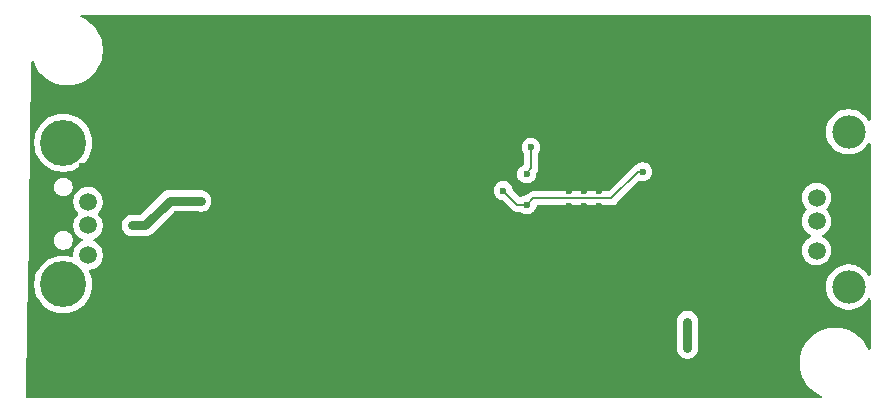
<source format=gbr>
%TF.GenerationSoftware,KiCad,Pcbnew,9.0.6*%
%TF.CreationDate,2026-02-13T17:22:30-06:00*%
%TF.ProjectId,2040Listener,32303430-4c69-4737-9465-6e65722e6b69,rev?*%
%TF.SameCoordinates,Original*%
%TF.FileFunction,Copper,L2,Bot*%
%TF.FilePolarity,Positive*%
%FSLAX46Y46*%
G04 Gerber Fmt 4.6, Leading zero omitted, Abs format (unit mm)*
G04 Created by KiCad (PCBNEW 9.0.6) date 2026-02-13 17:22:30*
%MOMM*%
%LPD*%
G01*
G04 APERTURE LIST*
%TA.AperFunction,ComponentPad*%
%ADD10R,1.500000X1.500000*%
%TD*%
%TA.AperFunction,ComponentPad*%
%ADD11C,1.500000*%
%TD*%
%TA.AperFunction,ComponentPad*%
%ADD12C,3.900000*%
%TD*%
%TA.AperFunction,ComponentPad*%
%ADD13C,1.498600*%
%TD*%
%TA.AperFunction,ComponentPad*%
%ADD14C,2.819400*%
%TD*%
%TA.AperFunction,ComponentPad*%
%ADD15C,0.600000*%
%TD*%
%TA.AperFunction,ViaPad*%
%ADD16C,0.600000*%
%TD*%
%TA.AperFunction,Conductor*%
%ADD17C,0.800000*%
%TD*%
%TA.AperFunction,Conductor*%
%ADD18C,0.200000*%
%TD*%
G04 APERTURE END LIST*
D10*
%TO.P,J2,4,GND*%
%TO.N,GND*%
X104250000Y-63850000D03*
D11*
%TO.P,J2,3,D+*%
%TO.N,/USB_D+*%
X104250000Y-66350000D03*
%TO.P,J2,2,D-*%
%TO.N,/USB_D-*%
X104250000Y-68350000D03*
%TO.P,J2,1,5V*%
%TO.N,VBUS*%
X104250000Y-70850000D03*
D12*
%TO.P,J2,*%
%TO.N,*%
X102150000Y-73350000D03*
X102150000Y-61350000D03*
%TD*%
D13*
%TO.P,J1,1,5V*%
%TO.N,VBUS*%
X165929700Y-70492500D03*
%TO.P,J1,2,D-*%
%TO.N,/GPIO1*%
X165929700Y-67992500D03*
%TO.P,J1,3,D+*%
%TO.N,/GPIO0*%
X165929700Y-65992499D03*
%TO.P,J1,4,GND*%
%TO.N,GND*%
X165929700Y-63492501D03*
D14*
%TO.P,J1,5*%
%TO.N,N/C*%
X168639700Y-73562500D03*
%TO.P,J1,6*%
X168639700Y-60422500D03*
%TD*%
D15*
%TO.P,U1,57,GND*%
%TO.N,GND*%
X145000000Y-68000000D03*
X146275000Y-68000000D03*
X147550000Y-68000000D03*
X145000000Y-66725000D03*
X146275000Y-66725000D03*
X147550000Y-66725000D03*
X145000000Y-65450000D03*
X146275000Y-65450000D03*
X147550000Y-65450000D03*
%TD*%
D16*
%TO.N,/USB_D-*%
X113800000Y-66300000D03*
X108000000Y-68350000D03*
%TO.N,GND*%
X109500000Y-63850000D03*
%TO.N,+1V1*%
X141375000Y-64000000D03*
X141400000Y-66600000D03*
X141750000Y-61750000D03*
X139400000Y-65400000D03*
X151200000Y-63800000D03*
%TO.N,GND*%
X142500000Y-76500000D03*
X152750000Y-68750000D03*
X118000000Y-70250000D03*
X127200000Y-56900000D03*
X151500000Y-76525000D03*
X108500000Y-55000000D03*
X135800000Y-73600000D03*
X155100000Y-61900000D03*
X113700000Y-52700000D03*
X136500000Y-59300000D03*
X154400000Y-59900000D03*
X124400000Y-75000000D03*
X141800000Y-59300000D03*
%TO.N,/GPIO0*%
X155000000Y-76500000D03*
X155000000Y-78750000D03*
%TD*%
D17*
%TO.N,/USB_D-*%
X113750000Y-66250000D02*
X113800000Y-66300000D01*
X111150000Y-66250000D02*
X113750000Y-66250000D01*
X109050000Y-68350000D02*
X108000000Y-68350000D01*
X111150000Y-66250000D02*
X109050000Y-68350000D01*
D18*
%TO.N,+1V1*%
X141375000Y-63875000D02*
X141750000Y-63500000D01*
X140600000Y-66600000D02*
X139400000Y-65400000D01*
X150800000Y-63800000D02*
X151200000Y-63800000D01*
X141400000Y-66600000D02*
X140600000Y-66600000D01*
X141949000Y-66051000D02*
X148549000Y-66051000D01*
X141400000Y-66600000D02*
X141949000Y-66051000D01*
X141375000Y-64000000D02*
X141375000Y-63875000D01*
X148549000Y-66051000D02*
X150800000Y-63800000D01*
X141750000Y-63500000D02*
X141750000Y-61750000D01*
D17*
%TO.N,/GPIO0*%
X155000000Y-76500000D02*
X155000000Y-78750000D01*
%TD*%
%TA.AperFunction,Conductor*%
%TO.N,GND*%
G36*
X170443039Y-50519685D02*
G01*
X170488794Y-50572489D01*
X170500000Y-50624000D01*
X170500000Y-59361459D01*
X170480315Y-59428498D01*
X170427511Y-59474253D01*
X170358353Y-59484197D01*
X170294797Y-59455172D01*
X170268613Y-59423460D01*
X170231381Y-59358972D01*
X170078946Y-59160315D01*
X170078941Y-59160309D01*
X169901890Y-58983258D01*
X169901883Y-58983252D01*
X169703236Y-58830825D01*
X169703234Y-58830823D01*
X169703228Y-58830819D01*
X169703223Y-58830816D01*
X169703220Y-58830814D01*
X169486380Y-58705620D01*
X169486364Y-58705612D01*
X169255038Y-58609795D01*
X169013157Y-58544983D01*
X168764910Y-58512301D01*
X168764907Y-58512300D01*
X168764901Y-58512300D01*
X168514499Y-58512300D01*
X168514493Y-58512300D01*
X168514489Y-58512301D01*
X168266242Y-58544983D01*
X168024361Y-58609795D01*
X167793035Y-58705612D01*
X167793019Y-58705620D01*
X167576179Y-58830814D01*
X167576163Y-58830825D01*
X167377516Y-58983252D01*
X167377509Y-58983258D01*
X167200458Y-59160309D01*
X167200452Y-59160316D01*
X167048025Y-59358963D01*
X167048014Y-59358979D01*
X166922820Y-59575819D01*
X166922812Y-59575835D01*
X166826995Y-59807161D01*
X166762183Y-60049042D01*
X166729501Y-60297289D01*
X166729500Y-60297305D01*
X166729500Y-60547694D01*
X166729501Y-60547710D01*
X166762183Y-60795957D01*
X166826995Y-61037838D01*
X166922812Y-61269164D01*
X166922820Y-61269180D01*
X167048014Y-61486020D01*
X167048025Y-61486036D01*
X167200452Y-61684683D01*
X167200458Y-61684690D01*
X167377509Y-61861741D01*
X167377515Y-61861746D01*
X167576172Y-62014181D01*
X167576179Y-62014185D01*
X167793019Y-62139379D01*
X167793035Y-62139387D01*
X168024361Y-62235204D01*
X168024363Y-62235204D01*
X168024369Y-62235207D01*
X168266239Y-62300016D01*
X168514499Y-62332700D01*
X168514506Y-62332700D01*
X168764894Y-62332700D01*
X168764901Y-62332700D01*
X169013161Y-62300016D01*
X169255031Y-62235207D01*
X169317445Y-62209354D01*
X169486364Y-62139387D01*
X169486367Y-62139385D01*
X169486373Y-62139383D01*
X169703228Y-62014181D01*
X169901885Y-61861746D01*
X170078946Y-61684685D01*
X170231381Y-61486028D01*
X170268613Y-61421539D01*
X170319180Y-61373324D01*
X170387787Y-61360101D01*
X170452652Y-61386069D01*
X170493180Y-61442983D01*
X170500000Y-61483540D01*
X170500000Y-72501459D01*
X170480315Y-72568498D01*
X170427511Y-72614253D01*
X170358353Y-72624197D01*
X170294797Y-72595172D01*
X170268613Y-72563460D01*
X170231381Y-72498972D01*
X170078946Y-72300315D01*
X170078941Y-72300309D01*
X169901890Y-72123258D01*
X169901883Y-72123252D01*
X169703236Y-71970825D01*
X169703234Y-71970823D01*
X169703228Y-71970819D01*
X169703223Y-71970816D01*
X169703220Y-71970814D01*
X169486380Y-71845620D01*
X169486364Y-71845612D01*
X169255038Y-71749795D01*
X169227066Y-71742300D01*
X169013161Y-71684984D01*
X169013160Y-71684983D01*
X169013157Y-71684983D01*
X168764910Y-71652301D01*
X168764907Y-71652300D01*
X168764901Y-71652300D01*
X168514499Y-71652300D01*
X168514493Y-71652300D01*
X168514489Y-71652301D01*
X168266242Y-71684983D01*
X168024361Y-71749795D01*
X167793035Y-71845612D01*
X167793019Y-71845620D01*
X167576179Y-71970814D01*
X167576163Y-71970825D01*
X167377516Y-72123252D01*
X167377509Y-72123258D01*
X167200458Y-72300309D01*
X167200452Y-72300316D01*
X167048025Y-72498963D01*
X167048014Y-72498979D01*
X166922820Y-72715819D01*
X166922812Y-72715835D01*
X166826995Y-72947161D01*
X166762183Y-73189042D01*
X166729501Y-73437289D01*
X166729500Y-73437299D01*
X166729500Y-73687701D01*
X166762184Y-73935961D01*
X166787235Y-74029454D01*
X166826995Y-74177838D01*
X166922812Y-74409164D01*
X166922820Y-74409180D01*
X167048014Y-74626020D01*
X167048025Y-74626036D01*
X167200452Y-74824683D01*
X167200458Y-74824690D01*
X167377509Y-75001741D01*
X167377515Y-75001746D01*
X167576172Y-75154181D01*
X167576179Y-75154185D01*
X167793019Y-75279379D01*
X167793035Y-75279387D01*
X168024361Y-75375204D01*
X168024363Y-75375204D01*
X168024369Y-75375207D01*
X168266239Y-75440016D01*
X168514499Y-75472700D01*
X168514506Y-75472700D01*
X168764894Y-75472700D01*
X168764901Y-75472700D01*
X169013161Y-75440016D01*
X169255031Y-75375207D01*
X169317445Y-75349354D01*
X169486364Y-75279387D01*
X169486367Y-75279385D01*
X169486373Y-75279383D01*
X169703228Y-75154181D01*
X169901885Y-75001746D01*
X170078946Y-74824685D01*
X170231381Y-74626028D01*
X170268613Y-74561539D01*
X170319180Y-74513324D01*
X170387787Y-74500101D01*
X170452652Y-74526069D01*
X170493180Y-74582983D01*
X170500000Y-74623540D01*
X170500000Y-78770835D01*
X170480315Y-78837874D01*
X170427511Y-78883629D01*
X170358353Y-78893573D01*
X170294797Y-78864548D01*
X170264280Y-78824637D01*
X170130247Y-78546316D01*
X170130246Y-78546314D01*
X169950946Y-78260961D01*
X169740825Y-77997477D01*
X169502523Y-77759175D01*
X169239039Y-77549054D01*
X168953686Y-77369754D01*
X168953683Y-77369752D01*
X168650054Y-77223532D01*
X168331965Y-77112227D01*
X168331953Y-77112223D01*
X168003397Y-77037233D01*
X168003381Y-77037231D01*
X167668508Y-76999500D01*
X167668504Y-76999500D01*
X167331496Y-76999500D01*
X167331491Y-76999500D01*
X166996618Y-77037231D01*
X166996602Y-77037233D01*
X166668046Y-77112223D01*
X166668034Y-77112227D01*
X166349945Y-77223532D01*
X166046316Y-77369752D01*
X165760962Y-77549053D01*
X165497477Y-77759174D01*
X165259174Y-77997477D01*
X165049053Y-78260962D01*
X164869752Y-78546316D01*
X164723532Y-78849945D01*
X164612227Y-79168034D01*
X164612223Y-79168046D01*
X164537233Y-79496602D01*
X164537231Y-79496618D01*
X164499500Y-79831491D01*
X164499500Y-80168508D01*
X164537231Y-80503381D01*
X164537233Y-80503397D01*
X164612223Y-80831953D01*
X164612227Y-80831965D01*
X164723532Y-81150054D01*
X164869752Y-81453683D01*
X164869754Y-81453686D01*
X165049054Y-81739039D01*
X165259175Y-82002523D01*
X165497477Y-82240825D01*
X165760961Y-82450946D01*
X166046314Y-82630246D01*
X166046316Y-82630247D01*
X166324638Y-82764280D01*
X166376497Y-82811102D01*
X166394810Y-82878529D01*
X166373762Y-82945153D01*
X166320036Y-82989822D01*
X166270836Y-83000000D01*
X99125922Y-83000000D01*
X99058883Y-82980315D01*
X99013128Y-82927511D01*
X99001937Y-82874093D01*
X99003626Y-82764280D01*
X99101364Y-76411304D01*
X154099500Y-76411304D01*
X154099500Y-78838695D01*
X154134103Y-79012658D01*
X154134106Y-79012667D01*
X154201983Y-79176540D01*
X154201990Y-79176553D01*
X154300535Y-79324034D01*
X154300538Y-79324038D01*
X154425961Y-79449461D01*
X154425965Y-79449464D01*
X154573446Y-79548009D01*
X154573459Y-79548016D01*
X154696363Y-79598923D01*
X154737334Y-79615894D01*
X154737336Y-79615894D01*
X154737341Y-79615896D01*
X154911304Y-79650499D01*
X154911307Y-79650500D01*
X154911309Y-79650500D01*
X155088693Y-79650500D01*
X155088694Y-79650499D01*
X155146682Y-79638964D01*
X155262658Y-79615896D01*
X155262661Y-79615894D01*
X155262666Y-79615894D01*
X155426547Y-79548013D01*
X155574035Y-79449464D01*
X155699464Y-79324035D01*
X155798013Y-79176547D01*
X155865894Y-79012666D01*
X155900500Y-78838691D01*
X155900500Y-76411309D01*
X155900500Y-76411306D01*
X155900499Y-76411304D01*
X155865896Y-76237341D01*
X155865893Y-76237332D01*
X155798016Y-76073459D01*
X155798009Y-76073446D01*
X155699464Y-75925965D01*
X155699461Y-75925961D01*
X155574038Y-75800538D01*
X155574034Y-75800535D01*
X155426553Y-75701990D01*
X155426540Y-75701983D01*
X155262667Y-75634106D01*
X155262658Y-75634103D01*
X155088694Y-75599500D01*
X155088691Y-75599500D01*
X154911309Y-75599500D01*
X154911306Y-75599500D01*
X154737341Y-75634103D01*
X154737332Y-75634106D01*
X154573459Y-75701983D01*
X154573446Y-75701990D01*
X154425965Y-75800535D01*
X154425961Y-75800538D01*
X154300538Y-75925961D01*
X154300535Y-75925965D01*
X154201990Y-76073446D01*
X154201983Y-76073459D01*
X154134106Y-76237332D01*
X154134103Y-76237341D01*
X154099500Y-76411304D01*
X99101364Y-76411304D01*
X99150578Y-73212378D01*
X99699500Y-73212378D01*
X99699500Y-73487621D01*
X99730315Y-73761108D01*
X99730317Y-73761124D01*
X99791561Y-74029453D01*
X99791565Y-74029465D01*
X99882467Y-74289246D01*
X100001884Y-74537218D01*
X100001886Y-74537221D01*
X100148319Y-74770268D01*
X100319925Y-74985455D01*
X100514545Y-75180075D01*
X100729732Y-75351681D01*
X100962779Y-75498114D01*
X101210757Y-75617534D01*
X101405865Y-75685805D01*
X101470534Y-75708434D01*
X101470546Y-75708438D01*
X101738879Y-75769683D01*
X102012378Y-75800499D01*
X102012379Y-75800500D01*
X102012383Y-75800500D01*
X102287621Y-75800500D01*
X102287621Y-75800499D01*
X102561121Y-75769683D01*
X102829454Y-75708438D01*
X103089243Y-75617534D01*
X103337221Y-75498114D01*
X103570268Y-75351681D01*
X103785455Y-75180075D01*
X103980075Y-74985455D01*
X104151681Y-74770268D01*
X104298114Y-74537221D01*
X104417534Y-74289243D01*
X104508438Y-74029454D01*
X104569683Y-73761121D01*
X104600500Y-73487617D01*
X104600500Y-73212383D01*
X104569683Y-72938879D01*
X104508438Y-72670546D01*
X104417534Y-72410757D01*
X104346142Y-72262511D01*
X104334791Y-72193572D01*
X104362513Y-72129437D01*
X104420508Y-72090471D01*
X104438465Y-72086238D01*
X104441996Y-72085678D01*
X104542826Y-72069709D01*
X104730025Y-72008884D01*
X104905405Y-71919524D01*
X105064646Y-71803828D01*
X105203828Y-71664646D01*
X105319524Y-71505405D01*
X105408884Y-71330025D01*
X105469709Y-71142826D01*
X105483289Y-71057086D01*
X105500500Y-70948422D01*
X105500500Y-70751577D01*
X105469709Y-70557173D01*
X105408882Y-70369970D01*
X105322195Y-70199838D01*
X105319524Y-70194595D01*
X105203828Y-70035354D01*
X105064646Y-69896172D01*
X104905405Y-69780476D01*
X104768038Y-69710484D01*
X104717243Y-69662511D01*
X104700448Y-69594690D01*
X104722985Y-69528555D01*
X104768039Y-69489515D01*
X104905405Y-69419524D01*
X105064646Y-69303828D01*
X105203828Y-69164646D01*
X105319524Y-69005405D01*
X105408884Y-68830025D01*
X105469709Y-68642826D01*
X105496724Y-68472261D01*
X105500500Y-68448422D01*
X105500500Y-68261304D01*
X107099500Y-68261304D01*
X107099500Y-68438695D01*
X107134103Y-68612658D01*
X107134106Y-68612667D01*
X107201983Y-68776540D01*
X107201990Y-68776553D01*
X107300535Y-68924034D01*
X107300538Y-68924038D01*
X107425961Y-69049461D01*
X107425965Y-69049464D01*
X107573446Y-69148009D01*
X107573459Y-69148016D01*
X107650653Y-69179990D01*
X107737334Y-69215894D01*
X107737336Y-69215894D01*
X107737341Y-69215896D01*
X107911304Y-69250499D01*
X107911307Y-69250500D01*
X107911309Y-69250500D01*
X109138693Y-69250500D01*
X109138694Y-69250499D01*
X109312666Y-69215895D01*
X109394606Y-69181953D01*
X109476547Y-69148013D01*
X109564959Y-69088936D01*
X109624036Y-69049464D01*
X111486680Y-67186818D01*
X111548003Y-67153334D01*
X111574361Y-67150500D01*
X113475502Y-67150500D01*
X113522954Y-67159939D01*
X113537329Y-67165893D01*
X113537334Y-67165895D01*
X113711304Y-67200499D01*
X113711308Y-67200500D01*
X113711309Y-67200500D01*
X113888693Y-67200500D01*
X113888694Y-67200499D01*
X114062666Y-67165895D01*
X114226547Y-67098013D01*
X114374036Y-66999464D01*
X114499464Y-66874036D01*
X114598013Y-66726547D01*
X114665895Y-66562666D01*
X114700500Y-66388692D01*
X114700500Y-66211309D01*
X114665895Y-66037334D01*
X114598013Y-65873454D01*
X114598011Y-65873451D01*
X114598009Y-65873447D01*
X114499464Y-65725965D01*
X114499461Y-65725961D01*
X114324041Y-65550540D01*
X114324040Y-65550539D01*
X114324033Y-65550534D01*
X114264959Y-65511063D01*
X114176547Y-65451987D01*
X114115504Y-65426702D01*
X114115502Y-65426701D01*
X114094606Y-65418046D01*
X114012666Y-65384105D01*
X114012658Y-65384103D01*
X113838696Y-65349500D01*
X113838692Y-65349500D01*
X113838691Y-65349500D01*
X111061309Y-65349500D01*
X111061306Y-65349500D01*
X110887341Y-65384103D01*
X110887332Y-65384106D01*
X110723459Y-65451983D01*
X110723446Y-65451990D01*
X110575966Y-65550534D01*
X110575964Y-65550537D01*
X108713319Y-67413181D01*
X108651996Y-67446666D01*
X108625638Y-67449500D01*
X107911306Y-67449500D01*
X107737341Y-67484103D01*
X107737332Y-67484106D01*
X107573459Y-67551983D01*
X107573446Y-67551990D01*
X107425965Y-67650535D01*
X107425961Y-67650538D01*
X107300538Y-67775961D01*
X107300535Y-67775965D01*
X107201990Y-67923446D01*
X107201983Y-67923459D01*
X107134106Y-68087332D01*
X107134103Y-68087341D01*
X107099500Y-68261304D01*
X105500500Y-68261304D01*
X105500500Y-68251577D01*
X105469709Y-68057173D01*
X105408882Y-67869970D01*
X105322195Y-67699838D01*
X105319524Y-67694595D01*
X105203828Y-67535354D01*
X105106155Y-67437681D01*
X105072670Y-67376358D01*
X105077654Y-67306666D01*
X105106155Y-67262319D01*
X105148289Y-67220185D01*
X105203828Y-67164646D01*
X105319524Y-67005405D01*
X105408884Y-66830025D01*
X105469709Y-66642826D01*
X105474817Y-66610576D01*
X105500500Y-66448422D01*
X105500500Y-66251577D01*
X105469709Y-66057173D01*
X105421983Y-65910289D01*
X105408884Y-65869975D01*
X105408882Y-65869972D01*
X105408882Y-65869970D01*
X105355614Y-65765427D01*
X105319524Y-65694595D01*
X105203828Y-65535354D01*
X105064646Y-65396172D01*
X104961392Y-65321153D01*
X138599500Y-65321153D01*
X138599500Y-65478846D01*
X138630261Y-65633489D01*
X138630264Y-65633501D01*
X138690602Y-65779172D01*
X138690609Y-65779185D01*
X138778210Y-65910288D01*
X138778213Y-65910292D01*
X138889707Y-66021786D01*
X138889711Y-66021789D01*
X139020814Y-66109390D01*
X139020827Y-66109397D01*
X139166498Y-66169735D01*
X139166503Y-66169737D01*
X139231147Y-66182595D01*
X139321849Y-66200638D01*
X139383760Y-66233023D01*
X139385339Y-66234574D01*
X140115139Y-66964374D01*
X140115149Y-66964385D01*
X140119479Y-66968715D01*
X140119480Y-66968716D01*
X140231284Y-67080520D01*
X140312031Y-67127139D01*
X140368215Y-67159577D01*
X140520942Y-67200500D01*
X140520943Y-67200500D01*
X140820234Y-67200500D01*
X140887273Y-67220185D01*
X140889125Y-67221398D01*
X141020814Y-67309390D01*
X141020827Y-67309397D01*
X141118853Y-67350000D01*
X141166503Y-67369737D01*
X141299400Y-67396172D01*
X141321153Y-67400499D01*
X141321156Y-67400500D01*
X141321158Y-67400500D01*
X141478844Y-67400500D01*
X141478845Y-67400499D01*
X141633497Y-67369737D01*
X141779179Y-67309394D01*
X141910289Y-67221789D01*
X142021789Y-67110289D01*
X142109394Y-66979179D01*
X142114795Y-66966141D01*
X142140195Y-66904818D01*
X142169737Y-66833497D01*
X142175069Y-66806690D01*
X142186086Y-66751308D01*
X142218471Y-66689397D01*
X142279187Y-66654823D01*
X142307703Y-66651500D01*
X148462331Y-66651500D01*
X148462347Y-66651501D01*
X148469943Y-66651501D01*
X148628054Y-66651501D01*
X148628057Y-66651501D01*
X148780785Y-66610577D01*
X148830904Y-66581639D01*
X148917716Y-66531520D01*
X149029520Y-66419716D01*
X149029520Y-66419714D01*
X149039728Y-66409507D01*
X149039729Y-66409504D01*
X149555101Y-65894132D01*
X164679900Y-65894132D01*
X164679900Y-66090865D01*
X164710673Y-66285161D01*
X164771466Y-66472260D01*
X164841942Y-66610576D01*
X164860775Y-66647537D01*
X164976406Y-66806689D01*
X164976408Y-66806691D01*
X165074535Y-66904818D01*
X165108020Y-66966141D01*
X165103036Y-67035833D01*
X165074536Y-67080180D01*
X164976405Y-67178311D01*
X164860775Y-67337461D01*
X164771466Y-67512738D01*
X164710673Y-67699837D01*
X164679900Y-67894133D01*
X164679900Y-68090866D01*
X164710673Y-68285162D01*
X164771466Y-68472261D01*
X164843003Y-68612658D01*
X164860775Y-68647538D01*
X164976406Y-68806690D01*
X165115510Y-68945794D01*
X165274662Y-69061425D01*
X165347126Y-69098347D01*
X165413202Y-69132015D01*
X165463998Y-69179990D01*
X165480793Y-69247811D01*
X165458255Y-69313946D01*
X165413202Y-69352985D01*
X165274661Y-69423575D01*
X165183904Y-69489515D01*
X165115510Y-69539206D01*
X165115508Y-69539208D01*
X165115507Y-69539208D01*
X164976408Y-69678307D01*
X164976408Y-69678308D01*
X164976406Y-69678310D01*
X164926747Y-69746659D01*
X164860775Y-69837461D01*
X164771466Y-70012738D01*
X164710673Y-70199837D01*
X164679900Y-70394133D01*
X164679900Y-70590866D01*
X164710673Y-70785162D01*
X164771466Y-70972261D01*
X164858374Y-71142826D01*
X164860775Y-71147538D01*
X164976406Y-71306690D01*
X165115510Y-71445794D01*
X165274662Y-71561425D01*
X165357474Y-71603620D01*
X165449938Y-71650733D01*
X165449940Y-71650733D01*
X165449943Y-71650735D01*
X165492757Y-71664646D01*
X165637037Y-71711526D01*
X165831334Y-71742300D01*
X165831339Y-71742300D01*
X166028066Y-71742300D01*
X166222362Y-71711526D01*
X166409457Y-71650735D01*
X166584738Y-71561425D01*
X166743890Y-71445794D01*
X166882994Y-71306690D01*
X166998625Y-71147538D01*
X167087935Y-70972257D01*
X167148726Y-70785162D01*
X167154045Y-70751577D01*
X167179500Y-70590866D01*
X167179500Y-70394133D01*
X167148726Y-70199837D01*
X167119629Y-70110288D01*
X167087935Y-70012743D01*
X167087933Y-70012740D01*
X167087933Y-70012738D01*
X166998624Y-69837461D01*
X166995738Y-69833489D01*
X166882994Y-69678310D01*
X166743890Y-69539206D01*
X166584738Y-69423575D01*
X166446196Y-69352984D01*
X166395401Y-69305010D01*
X166378606Y-69237189D01*
X166401143Y-69171055D01*
X166446197Y-69132015D01*
X166584738Y-69061425D01*
X166743890Y-68945794D01*
X166882994Y-68806690D01*
X166998625Y-68647538D01*
X167087935Y-68472257D01*
X167148726Y-68285162D01*
X167154045Y-68251577D01*
X167179500Y-68090866D01*
X167179500Y-67894133D01*
X167148726Y-67699837D01*
X167100685Y-67551983D01*
X167087935Y-67512743D01*
X167087933Y-67512740D01*
X167087933Y-67512738D01*
X166998624Y-67337461D01*
X166988584Y-67323642D01*
X166882994Y-67178310D01*
X166784864Y-67080180D01*
X166751379Y-67018857D01*
X166756363Y-66949165D01*
X166784860Y-66904822D01*
X166882994Y-66806689D01*
X166998625Y-66647537D01*
X167087935Y-66472256D01*
X167148726Y-66285161D01*
X167162135Y-66200500D01*
X167179500Y-66090865D01*
X167179500Y-65894132D01*
X167148726Y-65699836D01*
X167119630Y-65610288D01*
X167087935Y-65512742D01*
X167087933Y-65512739D01*
X167087933Y-65512737D01*
X166998624Y-65337460D01*
X166995739Y-65333489D01*
X166882994Y-65178309D01*
X166743890Y-65039205D01*
X166584738Y-64923574D01*
X166409461Y-64834265D01*
X166222362Y-64773472D01*
X166028066Y-64742699D01*
X166028061Y-64742699D01*
X165831339Y-64742699D01*
X165831334Y-64742699D01*
X165637037Y-64773472D01*
X165449938Y-64834265D01*
X165274661Y-64923574D01*
X165183859Y-64989546D01*
X165115510Y-65039205D01*
X165115508Y-65039207D01*
X165115507Y-65039207D01*
X164976408Y-65178306D01*
X164976408Y-65178307D01*
X164976406Y-65178309D01*
X164926747Y-65246658D01*
X164860775Y-65337460D01*
X164771466Y-65512737D01*
X164710673Y-65699836D01*
X164679900Y-65894132D01*
X149555101Y-65894132D01*
X150847195Y-64602039D01*
X150908516Y-64568556D01*
X150960113Y-64570632D01*
X150960528Y-64568549D01*
X151121153Y-64600499D01*
X151121156Y-64600500D01*
X151121158Y-64600500D01*
X151278844Y-64600500D01*
X151278845Y-64600499D01*
X151433497Y-64569737D01*
X151579179Y-64509394D01*
X151710289Y-64421789D01*
X151821789Y-64310289D01*
X151909394Y-64179179D01*
X151969737Y-64033497D01*
X152000500Y-63878842D01*
X152000500Y-63721158D01*
X152000500Y-63721155D01*
X152000499Y-63721153D01*
X151980543Y-63620827D01*
X151969737Y-63566503D01*
X151937929Y-63489711D01*
X151909397Y-63420827D01*
X151909390Y-63420814D01*
X151821789Y-63289711D01*
X151821786Y-63289707D01*
X151710292Y-63178213D01*
X151710288Y-63178210D01*
X151579185Y-63090609D01*
X151579172Y-63090602D01*
X151433501Y-63030264D01*
X151433489Y-63030261D01*
X151278845Y-62999500D01*
X151278842Y-62999500D01*
X151121158Y-62999500D01*
X151121155Y-62999500D01*
X150966510Y-63030261D01*
X150966498Y-63030264D01*
X150820827Y-63090602D01*
X150820814Y-63090609D01*
X150689714Y-63178208D01*
X150689708Y-63178213D01*
X150672690Y-63195231D01*
X150617107Y-63227321D01*
X150583263Y-63236390D01*
X150568215Y-63240423D01*
X150568209Y-63240426D01*
X150431290Y-63319475D01*
X150431282Y-63319481D01*
X148336584Y-65414181D01*
X148275261Y-65447666D01*
X148248903Y-65450500D01*
X141869942Y-65450500D01*
X141717213Y-65491423D01*
X141680290Y-65512742D01*
X141680289Y-65512742D01*
X141580287Y-65570477D01*
X141580282Y-65570481D01*
X141468480Y-65682283D01*
X141468480Y-65682284D01*
X141468478Y-65682286D01*
X141424803Y-65725961D01*
X141385337Y-65765427D01*
X141324013Y-65798911D01*
X141321848Y-65799362D01*
X141166508Y-65830261D01*
X141166498Y-65830264D01*
X141020827Y-65890602D01*
X141020809Y-65890612D01*
X140936998Y-65946613D01*
X140870321Y-65967491D01*
X140802941Y-65949006D01*
X140780427Y-65931192D01*
X140234574Y-65385339D01*
X140201089Y-65324016D01*
X140200638Y-65321849D01*
X140172192Y-65178846D01*
X140169737Y-65166503D01*
X140109534Y-65021158D01*
X140109397Y-65020827D01*
X140109390Y-65020814D01*
X140021789Y-64889711D01*
X140021786Y-64889707D01*
X139910292Y-64778213D01*
X139910288Y-64778210D01*
X139779185Y-64690609D01*
X139779172Y-64690602D01*
X139633501Y-64630264D01*
X139633489Y-64630261D01*
X139478845Y-64599500D01*
X139478842Y-64599500D01*
X139321158Y-64599500D01*
X139321155Y-64599500D01*
X139166510Y-64630261D01*
X139166498Y-64630264D01*
X139020827Y-64690602D01*
X139020814Y-64690609D01*
X138889711Y-64778210D01*
X138889707Y-64778213D01*
X138778213Y-64889707D01*
X138778210Y-64889711D01*
X138690609Y-65020814D01*
X138690602Y-65020827D01*
X138630264Y-65166498D01*
X138630261Y-65166510D01*
X138599500Y-65321153D01*
X104961392Y-65321153D01*
X104905405Y-65280476D01*
X104730029Y-65191117D01*
X104542826Y-65130290D01*
X104348422Y-65099500D01*
X104348417Y-65099500D01*
X104151583Y-65099500D01*
X104151578Y-65099500D01*
X103957173Y-65130290D01*
X103769970Y-65191117D01*
X103594594Y-65280476D01*
X103521629Y-65333489D01*
X103435354Y-65396172D01*
X103435352Y-65396174D01*
X103435351Y-65396174D01*
X103296174Y-65535351D01*
X103296174Y-65535352D01*
X103296172Y-65535354D01*
X103270651Y-65570481D01*
X103180476Y-65694594D01*
X103091117Y-65869970D01*
X103030290Y-66057173D01*
X102999500Y-66251577D01*
X102999500Y-66448422D01*
X103030290Y-66642826D01*
X103091117Y-66830029D01*
X103161782Y-66968716D01*
X103180476Y-67005405D01*
X103296172Y-67164646D01*
X103296174Y-67164648D01*
X103393845Y-67262319D01*
X103427330Y-67323642D01*
X103422346Y-67393334D01*
X103393845Y-67437681D01*
X103296174Y-67535351D01*
X103296174Y-67535352D01*
X103296172Y-67535354D01*
X103246485Y-67603741D01*
X103180476Y-67694594D01*
X103091117Y-67869970D01*
X103030290Y-68057173D01*
X102999500Y-68251577D01*
X102999500Y-68448422D01*
X103030290Y-68642826D01*
X103091117Y-68830029D01*
X103166620Y-68978211D01*
X103180476Y-69005405D01*
X103296172Y-69164646D01*
X103435354Y-69303828D01*
X103594595Y-69419524D01*
X103602546Y-69423575D01*
X103731960Y-69489515D01*
X103782756Y-69537490D01*
X103799551Y-69605311D01*
X103777014Y-69671446D01*
X103731960Y-69710485D01*
X103594594Y-69780476D01*
X103521629Y-69833489D01*
X103435354Y-69896172D01*
X103435352Y-69896174D01*
X103435351Y-69896174D01*
X103296174Y-70035351D01*
X103296174Y-70035352D01*
X103296172Y-70035354D01*
X103246485Y-70103741D01*
X103180476Y-70194594D01*
X103091117Y-70369970D01*
X103030290Y-70557173D01*
X102999500Y-70751577D01*
X102999500Y-70876301D01*
X102979815Y-70943340D01*
X102927011Y-70989095D01*
X102857853Y-70999039D01*
X102834552Y-70993345D01*
X102829460Y-70991563D01*
X102829453Y-70991561D01*
X102561124Y-70930317D01*
X102561108Y-70930315D01*
X102287621Y-70899500D01*
X102287617Y-70899500D01*
X102012383Y-70899500D01*
X102012379Y-70899500D01*
X101738891Y-70930315D01*
X101738875Y-70930317D01*
X101470546Y-70991561D01*
X101470534Y-70991565D01*
X101210753Y-71082467D01*
X100962781Y-71201884D01*
X100729733Y-71348318D01*
X100514545Y-71519924D01*
X100319924Y-71714545D01*
X100148318Y-71929733D01*
X100001884Y-72162781D01*
X99882467Y-72410753D01*
X99791565Y-72670534D01*
X99791561Y-72670546D01*
X99730317Y-72938875D01*
X99730315Y-72938891D01*
X99699500Y-73212378D01*
X99150578Y-73212378D01*
X99207366Y-69521153D01*
X101349500Y-69521153D01*
X101349500Y-69678846D01*
X101380261Y-69833489D01*
X101380264Y-69833501D01*
X101440602Y-69979172D01*
X101440609Y-69979185D01*
X101528210Y-70110288D01*
X101528213Y-70110292D01*
X101639707Y-70221786D01*
X101639711Y-70221789D01*
X101770814Y-70309390D01*
X101770827Y-70309397D01*
X101916498Y-70369735D01*
X101916503Y-70369737D01*
X102071153Y-70400499D01*
X102071156Y-70400500D01*
X102071158Y-70400500D01*
X102228844Y-70400500D01*
X102228845Y-70400499D01*
X102383497Y-70369737D01*
X102529179Y-70309394D01*
X102660289Y-70221789D01*
X102771789Y-70110289D01*
X102859394Y-69979179D01*
X102919737Y-69833497D01*
X102950500Y-69678842D01*
X102950500Y-69521158D01*
X102950500Y-69521155D01*
X102950499Y-69521153D01*
X102919737Y-69366503D01*
X102906384Y-69334265D01*
X102859397Y-69220827D01*
X102859390Y-69220814D01*
X102771789Y-69089711D01*
X102771786Y-69089707D01*
X102660292Y-68978213D01*
X102660288Y-68978210D01*
X102529185Y-68890609D01*
X102529172Y-68890602D01*
X102383501Y-68830264D01*
X102383489Y-68830261D01*
X102228845Y-68799500D01*
X102228842Y-68799500D01*
X102071158Y-68799500D01*
X102071155Y-68799500D01*
X101916510Y-68830261D01*
X101916498Y-68830264D01*
X101770827Y-68890602D01*
X101770814Y-68890609D01*
X101639711Y-68978210D01*
X101639707Y-68978213D01*
X101528213Y-69089707D01*
X101528210Y-69089711D01*
X101440609Y-69220814D01*
X101440602Y-69220827D01*
X101380264Y-69366498D01*
X101380261Y-69366510D01*
X101349500Y-69521153D01*
X99207366Y-69521153D01*
X99276597Y-65021153D01*
X101349500Y-65021153D01*
X101349500Y-65178846D01*
X101380261Y-65333489D01*
X101380264Y-65333501D01*
X101440602Y-65479172D01*
X101440609Y-65479185D01*
X101528210Y-65610288D01*
X101528213Y-65610292D01*
X101639707Y-65721786D01*
X101639711Y-65721789D01*
X101770814Y-65809390D01*
X101770827Y-65809397D01*
X101916498Y-65869735D01*
X101916503Y-65869737D01*
X102071153Y-65900499D01*
X102071156Y-65900500D01*
X102071158Y-65900500D01*
X102228844Y-65900500D01*
X102228845Y-65900499D01*
X102383497Y-65869737D01*
X102529179Y-65809394D01*
X102660289Y-65721789D01*
X102771789Y-65610289D01*
X102859394Y-65479179D01*
X102919737Y-65333497D01*
X102950500Y-65178842D01*
X102950500Y-65021158D01*
X102950500Y-65021155D01*
X102950499Y-65021153D01*
X102924353Y-64889711D01*
X102919737Y-64866503D01*
X102892398Y-64800500D01*
X102859397Y-64720827D01*
X102859390Y-64720814D01*
X102771789Y-64589711D01*
X102771786Y-64589707D01*
X102660292Y-64478213D01*
X102660288Y-64478210D01*
X102529185Y-64390609D01*
X102529172Y-64390602D01*
X102383501Y-64330264D01*
X102383489Y-64330261D01*
X102228845Y-64299500D01*
X102228842Y-64299500D01*
X102071158Y-64299500D01*
X102071155Y-64299500D01*
X101916510Y-64330261D01*
X101916498Y-64330264D01*
X101770827Y-64390602D01*
X101770814Y-64390609D01*
X101639711Y-64478210D01*
X101639707Y-64478213D01*
X101528213Y-64589707D01*
X101528210Y-64589711D01*
X101440609Y-64720814D01*
X101440602Y-64720827D01*
X101380264Y-64866498D01*
X101380261Y-64866510D01*
X101349500Y-65021153D01*
X99276597Y-65021153D01*
X99293520Y-63921153D01*
X140574500Y-63921153D01*
X140574500Y-64078846D01*
X140605261Y-64233489D01*
X140605264Y-64233501D01*
X140665602Y-64379172D01*
X140665609Y-64379185D01*
X140753210Y-64510288D01*
X140753213Y-64510292D01*
X140864707Y-64621786D01*
X140864711Y-64621789D01*
X140995814Y-64709390D01*
X140995827Y-64709397D01*
X141141498Y-64769735D01*
X141141503Y-64769737D01*
X141296153Y-64800499D01*
X141296156Y-64800500D01*
X141296158Y-64800500D01*
X141453844Y-64800500D01*
X141453845Y-64800499D01*
X141608497Y-64769737D01*
X141726592Y-64720821D01*
X141754172Y-64709397D01*
X141754172Y-64709396D01*
X141754179Y-64709394D01*
X141885289Y-64621789D01*
X141996789Y-64510289D01*
X142084394Y-64379179D01*
X142144737Y-64233497D01*
X142175500Y-64078842D01*
X142175500Y-63975098D01*
X142195185Y-63908059D01*
X142195509Y-63907556D01*
X142202604Y-63896631D01*
X142230520Y-63868716D01*
X142307183Y-63735931D01*
X142309577Y-63731785D01*
X142350500Y-63579057D01*
X142350500Y-63420943D01*
X142350500Y-62329765D01*
X142370185Y-62262726D01*
X142371398Y-62260874D01*
X142459390Y-62129185D01*
X142459390Y-62129184D01*
X142459394Y-62129179D01*
X142519737Y-61983497D01*
X142550500Y-61828842D01*
X142550500Y-61671158D01*
X142550500Y-61671155D01*
X142550499Y-61671153D01*
X142519738Y-61516510D01*
X142519737Y-61516503D01*
X142507111Y-61486020D01*
X142459397Y-61370827D01*
X142459390Y-61370814D01*
X142371789Y-61239711D01*
X142371786Y-61239707D01*
X142260292Y-61128213D01*
X142260288Y-61128210D01*
X142129185Y-61040609D01*
X142129172Y-61040602D01*
X141983501Y-60980264D01*
X141983489Y-60980261D01*
X141828845Y-60949500D01*
X141828842Y-60949500D01*
X141671158Y-60949500D01*
X141671155Y-60949500D01*
X141516510Y-60980261D01*
X141516498Y-60980264D01*
X141370827Y-61040602D01*
X141370814Y-61040609D01*
X141239711Y-61128210D01*
X141239707Y-61128213D01*
X141128213Y-61239707D01*
X141128210Y-61239711D01*
X141040609Y-61370814D01*
X141040602Y-61370827D01*
X140980264Y-61516498D01*
X140980261Y-61516510D01*
X140949500Y-61671153D01*
X140949500Y-61828846D01*
X140980261Y-61983489D01*
X140980264Y-61983501D01*
X141040602Y-62129172D01*
X141040609Y-62129185D01*
X141128602Y-62260874D01*
X141149480Y-62327551D01*
X141149500Y-62329765D01*
X141149500Y-63144095D01*
X141129815Y-63211134D01*
X141077011Y-63256889D01*
X141072954Y-63258656D01*
X140995820Y-63290606D01*
X140995814Y-63290609D01*
X140864711Y-63378210D01*
X140864707Y-63378213D01*
X140753213Y-63489707D01*
X140753210Y-63489711D01*
X140665609Y-63620814D01*
X140665602Y-63620827D01*
X140605264Y-63766498D01*
X140605261Y-63766510D01*
X140574500Y-63921153D01*
X99293520Y-63921153D01*
X99335193Y-61212378D01*
X99699500Y-61212378D01*
X99699500Y-61487621D01*
X99730315Y-61761108D01*
X99730317Y-61761124D01*
X99791561Y-62029453D01*
X99791565Y-62029465D01*
X99882467Y-62289246D01*
X100001884Y-62537218D01*
X100001886Y-62537221D01*
X100148319Y-62770268D01*
X100319925Y-62985455D01*
X100514545Y-63180075D01*
X100729732Y-63351681D01*
X100962779Y-63498114D01*
X101210757Y-63617534D01*
X101405865Y-63685805D01*
X101470534Y-63708434D01*
X101470546Y-63708438D01*
X101738879Y-63769683D01*
X102012378Y-63800499D01*
X102012379Y-63800500D01*
X102012383Y-63800500D01*
X102287621Y-63800500D01*
X102287621Y-63800499D01*
X102326034Y-63796171D01*
X102364427Y-63791846D01*
X102470938Y-63779844D01*
X102561121Y-63769683D01*
X102829454Y-63708438D01*
X103089243Y-63617534D01*
X103337221Y-63498114D01*
X103570268Y-63351681D01*
X103785455Y-63180075D01*
X103980075Y-62985455D01*
X104151681Y-62770268D01*
X104298114Y-62537221D01*
X104417534Y-62289243D01*
X104508438Y-62029454D01*
X104569683Y-61761121D01*
X104600500Y-61487617D01*
X104600500Y-61212383D01*
X104569683Y-60938879D01*
X104508438Y-60670546D01*
X104417534Y-60410757D01*
X104298114Y-60162779D01*
X104151681Y-59929732D01*
X103980075Y-59714545D01*
X103785455Y-59519925D01*
X103570268Y-59348319D01*
X103337221Y-59201886D01*
X103337218Y-59201884D01*
X103089246Y-59082467D01*
X102829465Y-58991565D01*
X102829453Y-58991561D01*
X102561124Y-58930317D01*
X102561108Y-58930315D01*
X102287621Y-58899500D01*
X102287617Y-58899500D01*
X102012383Y-58899500D01*
X102012379Y-58899500D01*
X101738891Y-58930315D01*
X101738875Y-58930317D01*
X101470546Y-58991561D01*
X101470534Y-58991565D01*
X101210753Y-59082467D01*
X100962781Y-59201884D01*
X100729733Y-59348318D01*
X100514545Y-59519924D01*
X100319924Y-59714545D01*
X100148318Y-59929733D01*
X100001884Y-60162781D01*
X99882467Y-60410753D01*
X99791565Y-60670534D01*
X99791561Y-60670546D01*
X99730317Y-60938875D01*
X99730315Y-60938891D01*
X99699500Y-61212378D01*
X99335193Y-61212378D01*
X99437529Y-54560564D01*
X99458242Y-54493838D01*
X99511744Y-54448901D01*
X99581047Y-54440022D01*
X99644149Y-54470021D01*
X99678555Y-54521519D01*
X99723532Y-54650054D01*
X99869752Y-54953683D01*
X99869754Y-54953686D01*
X100049054Y-55239039D01*
X100259175Y-55502523D01*
X100497477Y-55740825D01*
X100760961Y-55950946D01*
X101046314Y-56130246D01*
X101349949Y-56276469D01*
X101588848Y-56360063D01*
X101668034Y-56387772D01*
X101668046Y-56387776D01*
X101996606Y-56462767D01*
X102331492Y-56500499D01*
X102331493Y-56500500D01*
X102331496Y-56500500D01*
X102668507Y-56500500D01*
X102668507Y-56500499D01*
X103003394Y-56462767D01*
X103331954Y-56387776D01*
X103650051Y-56276469D01*
X103953686Y-56130246D01*
X104239039Y-55950946D01*
X104502523Y-55740825D01*
X104740825Y-55502523D01*
X104950946Y-55239039D01*
X105130246Y-54953686D01*
X105276469Y-54650051D01*
X105387776Y-54331954D01*
X105462767Y-54003394D01*
X105500500Y-53668504D01*
X105500500Y-53331496D01*
X105462767Y-52996606D01*
X105387776Y-52668046D01*
X105276469Y-52349949D01*
X105130246Y-52046314D01*
X104950946Y-51760961D01*
X104740825Y-51497477D01*
X104502523Y-51259175D01*
X104239039Y-51049054D01*
X103953686Y-50869754D01*
X103953683Y-50869752D01*
X103675362Y-50735720D01*
X103623503Y-50688898D01*
X103605190Y-50621471D01*
X103626238Y-50554847D01*
X103679964Y-50510178D01*
X103729164Y-50500000D01*
X170376000Y-50500000D01*
X170443039Y-50519685D01*
G37*
%TD.AperFunction*%
%TD*%
M02*

</source>
